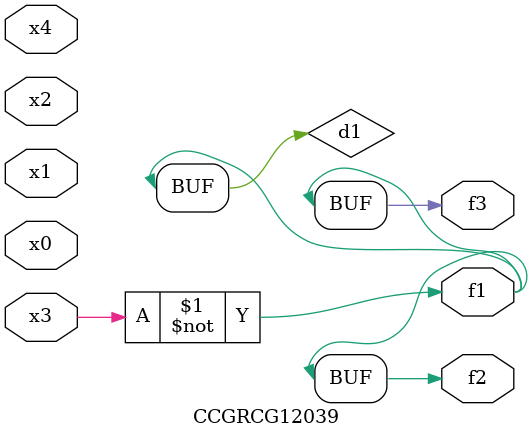
<source format=v>
module CCGRCG12039(
	input x0, x1, x2, x3, x4,
	output f1, f2, f3
);

	wire d1, d2;

	xnor (d1, x3);
	not (d2, x1);
	assign f1 = d1;
	assign f2 = d1;
	assign f3 = d1;
endmodule

</source>
